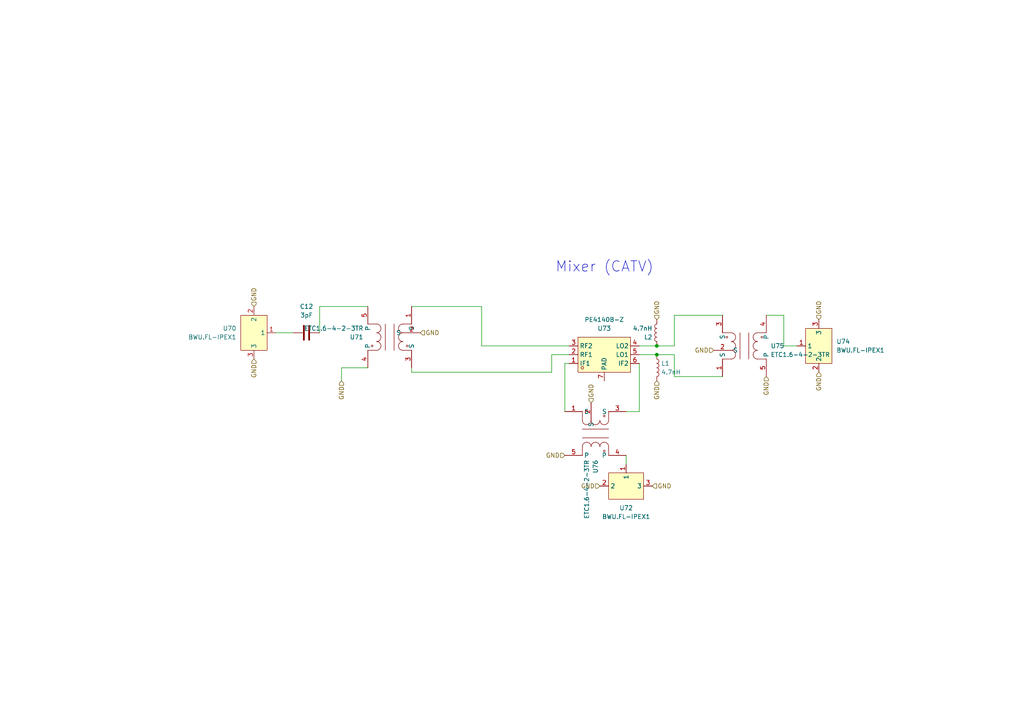
<source format=kicad_sch>
(kicad_sch (version 20231120) (generator "eeschema") (generator_version "8.0")
  (paper "A4")
  (lib_symbols
    (symbol "Device:C" (pin_numbers hide) (pin_names (offset 0.254))
      (property "Reference" "C" (at 0.635 2.54 0))
      (property "Value" "C" (at 0.635 -2.54 0))
      (symbol "C_0_1"
        (polyline (pts (xy -2.032 -0.762) (xy 2.032 -0.762)) (stroke (width 0.508)))
        (polyline (pts (xy -2.032 0.762) (xy 2.032 0.762)) (stroke (width 0.508)))
      )
      (symbol "C_1_1"
        (pin passive line (at 0 3.81 270) (length 2.794) (name "~") (number "1"))
        (pin passive line (at 0 -3.81 90) (length 2.794) (name "~") (number "2"))
      )
    )
    (symbol "Device:L" (pin_numbers hide) (pin_names (offset 1.016) hide)
      (property "Reference" "L" (at -1.27 0 90))
      (property "Value" "L" (at 1.905 0 90))
      (symbol "L_0_1"
        (arc (start 0 -2.54) (mid 0.6323 -1.905) (end 0 -1.27))
        (arc (start 0 -1.27) (mid 0.6323 -0.635) (end 0 0))
        (arc (start 0 0) (mid 0.6323 0.635) (end 0 1.27))
        (arc (start 0 1.27) (mid 0.6323 1.905) (end 0 2.54))
      )
      (symbol "L_1_1"
        (pin passive line (at 0 3.81 270) (length 1.27) (name "1") (number "1"))
        (pin passive line (at 0 -3.81 90) (length 1.27) (name "2") (number "2"))
      )
    )
    (symbol "easyeda2kicad:BWU.FL-IPEX1"
      (property "Reference" "U" (at 0 12.7 0))
      (property "Value" "BWU.FL-IPEX1" (at 0 -12.7 0))
      (symbol "BWU.FL-IPEX1_0_1"
        (rectangle (start -5.08 5.08) (end 2.54 -5.08) (fill (type background)))
        (pin unspecified line (at 5.08 0 180) (length 2.54) (name "1") (number "1"))
        (pin unspecified line (at -1.27 7.62 270) (length 2.54) (name "2") (number "2"))
        (pin unspecified line (at -1.27 -7.62 90) (length 2.54) (name "3") (number "3"))
      )
    )
    (symbol "easyeda2kicad:ETC4-1-2TR"
      (property "Reference" "U" (at 0 15.24 0))
      (property "Value" "ETC4-1-2TR" (at 0 -12.7 0))
      (symbol "ETC4-1-2TR_0_1"
        (circle (center -3.81 3.81) (radius 0.25))
        (arc (start -2.5356 -2.54) (mid -1.27 -1.27) (end -2.5356 0))
        (arc (start -2.5356 0) (mid -1.27 1.27) (end -2.5356 2.54))
        (arc (start -2.5356 2.54) (mid -1.27 3.81) (end -2.5356 5.08))
        (polyline (pts (xy -5.08 -2.54) (xy -2.54 -2.54)))
        (polyline (pts (xy -5.08 5.08) (xy -2.54 5.08)))
        (polyline (pts (xy 0 -2.54) (xy 0 5.08)))
        (polyline (pts (xy 2.54 -2.54) (xy 2.54 5.08)))
        (polyline (pts (xy 7.62 -2.54) (xy 5.08 -2.54)))
        (polyline (pts (xy 7.62 5.08) (xy 5.08 5.08)))
        (arc (start 5.0844 0) (mid 3.8184 -1.27) (end 5.0844 -2.54))
        (arc (start 5.0844 2.54) (mid 3.8184 1.27) (end 5.0844 0))
        (arc (start 5.0844 5.08) (mid 3.8184 3.81) (end 5.0844 2.54))
        (circle (center 6.35 3.81) (radius 0.25))
        (pin unspecified line (at 7.62 -7.62 90) (length 5.08) (name "S") (number "1"))
        (pin unspecified line (at 10.16 0 180) (length 5.08) (name "S") (number "2"))
        (pin unspecified line (at 7.62 10.16 270) (length 5.08) (name "S") (number "3"))
        (pin unspecified line (at -5.08 10.16 270) (length 5.08) (name "P") (number "4"))
        (pin unspecified line (at -5.08 -7.62 90) (length 5.08) (name "P") (number "5"))
      )
    )
    (symbol "easyeda2kicad:PE4140B-Z"
      (property "Reference" "U" (at 0 11.43 0))
      (property "Value" "PE4140B-Z" (at 0 -8.89 0))
      (symbol "PE4140B-Z_0_1"
        (rectangle (start -7.62 3.81) (end 7.62 -6.35) (fill (type background)))
        (circle (center -6.35 2.54) (radius 0.38))
        (pin unspecified line (at -10.16 1.27 0) (length 2.54) (name "IF1") (number "1"))
        (pin unspecified line (at -10.16 -1.27 0) (length 2.54) (name "RF1") (number "2"))
        (pin unspecified line (at -10.16 -3.81 0) (length 2.54) (name "RF2") (number "3"))
        (pin unspecified line (at 10.16 -3.81 180) (length 2.54) (name "LO2") (number "4"))
        (pin unspecified line (at 10.16 -1.27 180) (length 2.54) (name "LO1") (number "5"))
        (pin unspecified line (at 10.16 1.27 180) (length 2.54) (name "IF2") (number "6"))
        (pin unspecified line (at 0 6.35 270) (length 2.54) (name "PAD") (number "7"))
      )
    )
  )
  (junction (at 190.5 100.33))
  (junction (at 190.5 102.87))
  (wire (pts (xy 119.38 107.95) (xy 119.38 106.68)))
  (wire (pts (xy 195.58 91.44) (xy 195.58 100.33)))
  (wire (pts (xy 195.58 109.22) (xy 195.58 102.87)))
  (wire (pts (xy 181.61 119.38) (xy 185.42 119.38)))
  (wire (pts (xy 139.7 100.33) (xy 139.7 88.9)))
  (wire (pts (xy 139.7 88.9) (xy 119.38 88.9)))
  (wire (pts (xy 160.02 102.87) (xy 160.02 107.95)))
  (wire (pts (xy 190.5 100.33) (xy 185.42 100.33)))
  (wire (pts (xy 119.38 107.95) (xy 160.02 107.95)))
  (wire (pts (xy 163.83 119.38) (xy 163.83 105.41)))
  (wire (pts (xy 160.02 102.87) (xy 165.1 102.87)))
  (wire (pts (xy 99.06 106.68) (xy 99.06 110.49)))
  (wire (pts (xy 92.71 96.52) (xy 92.71 88.9)))
  (wire (pts (xy 139.7 100.33) (xy 165.1 100.33)))
  (wire (pts (xy 163.83 105.41) (xy 165.1 105.41)))
  (wire (pts (xy 185.42 119.38) (xy 185.42 105.41)))
  (wire (pts (xy 231.14 100.33) (xy 227.33 100.33)))
  (wire (pts (xy 106.68 106.68) (xy 99.06 106.68)))
  (wire (pts (xy 227.33 91.44) (xy 222.25 91.44)))
  (wire (pts (xy 209.55 109.22) (xy 195.58 109.22)))
  (wire (pts (xy 80.01 96.52) (xy 85.09 96.52)))
  (wire (pts (xy 195.58 100.33) (xy 190.5 100.33)))
  (wire (pts (xy 227.33 100.33) (xy 227.33 91.44)))
  (wire (pts (xy 195.58 102.87) (xy 190.5 102.87)))
  (wire (pts (xy 92.71 88.9) (xy 106.68 88.9)))
  (wire (pts (xy 209.55 91.44) (xy 195.58 91.44)))
  (wire (pts (xy 181.61 132.08) (xy 181.61 134.62)))
  (wire (pts (xy 190.5 102.87) (xy 185.42 102.87)))
  (text "Mixer (CATV)" (at 161.036 79.248 0) (effects (font (size 3 3)) (justify left bottom)))
  (hierarchical_label "GND" (shape input) (at 189.23 140.97 0))
  (hierarchical_label "GND" (shape input) (at 237.49 107.95 270))
  (hierarchical_label "GND" (shape input) (at 73.66 88.9 90))
  (hierarchical_label "GND" (shape input) (at 121.92 96.52 0))
  (hierarchical_label "GND" (shape input) (at 207.01 101.6 180))
  (hierarchical_label "GND" (shape input) (at 222.25 109.22 270))
  (hierarchical_label "GND" (shape input) (at 99.06 110.49 270))
  (hierarchical_label "GND" (shape input) (at 237.49 92.71 90))
  (hierarchical_label "GND" (shape input) (at 173.99 140.97 180))
  (hierarchical_label "GND" (shape input) (at 73.66 104.14 270))
  (hierarchical_label "GND" (shape input) (at 163.83 132.08 180))
  (hierarchical_label "GND" (shape input) (at 190.5 92.71 90))
  (hierarchical_label "GND" (shape input) (at 190.5 110.49 270))
  (hierarchical_label "GND" (shape input) (at 171.45 116.84 90))
  (symbol (lib_id "easyeda2kicad:ETC4-1-2TR") (at 217.17 101.6 0) (mirror y) (unit 1)
    (property "Reference" "U75" (at 223.52 100.3299 0) (effects (justify right)))
    (property "Value" "ETC1.6-4-2-3TR" (at 223.52 102.8699 0) (effects (justify right)))
    (property "Footprint" "easyeda2kicad:FILTER-SMD_ETC4-1-2TR" (effects (hide yes)))
    (property "Datasheet" "https://lcsc.com/product-detail/Others_MA-COM-ETC4-1-2TR_C314697.html" (effects (hide yes)))
    (property "Description" "500MHz~3GHz 3dB 4:1 SMD  Balun ROHS" (effects (hide yes)))
    (property "MFR" "ETC1.6-4-2-3TR" (effects (hide yes)))
    (property "LCSC" "C3304930" (effects (hide yes)))
    (property "URL" "https://jlcpcb.com/partdetail/macom-ETC1_6_4_23TR/C3304930" (effects (hide yes)))
  )
  (symbol (lib_id "Device:L") (at 190.5 106.68 0) (unit 1)
    (property "Reference" "L1" (at 191.77 105.4099 0) (effects (justify left)))
    (property "Value" "4.7nH" (at 191.77 107.9499 0) (effects (justify left)))
    (property "Footprint" "Inductor_SMD:L_0603_1608Metric" (effects (hide yes)))
    (property "Description" "400mA 4.7nH 300mΩ 0603  Inductors (SMD) ROHS" (effects (hide yes)))
    (property "MFR" "VHF160808H4N7ST" (effects (hide yes)))
    (property "LCSC" "C1030" (effects (hide yes)))
    (property "URL" "https://jlcpcb.com/partdetail/1382-VHF160808H4N7ST/C1030" (effects (hide yes)))
  )
  (symbol (lib_id "Device:L") (at 190.5 96.52 180) (unit 1)
    (property "Reference" "L2" (at 189.23 97.7901 0) (effects (justify left)))
    (property "Value" "4.7nH" (at 189.23 95.2501 0) (effects (justify left)))
    (property "Footprint" "Inductor_SMD:L_0603_1608Metric" (effects (hide yes)))
    (property "Description" "400mA 4.7nH 300mΩ 0603  Inductors (SMD) ROHS" (effects (hide yes)))
    (property "MFR" "VHF160808H4N7ST" (effects (hide yes)))
    (property "LCSC" "C1030" (effects (hide yes)))
    (property "URL" "https://jlcpcb.com/partdetail/1382-VHF160808H4N7ST/C1030" (effects (hide yes)))
  )
  (symbol (lib_id "easyeda2kicad:BWU.FL-IPEX1") (at 181.61 139.7 90) (unit 1)
    (property "Reference" "U72" (at 181.61 147.32 90))
    (property "Value" "BWU.FL-IPEX1" (at 181.61 149.86 90))
    (property "Footprint" "easyeda2kicad:IPEX-SMD_BWIPX-1-001E" (effects (hide yes)))
    (property "Description" "1 Inner needle IPEX Board Edge 1.25mm 6GHz 260℃ 50Ω 2mm SMD  RF Connectors / Coaxial Connectors ROHS" (effects (hide yes)))
    (property "MFR" "BWU.FL-IPEX1" (effects (hide yes)))
    (property "LCSC" "C5137195" (effects (hide yes)))
    (property "URL" "https://jlcpcb.com/partdetail/BatWireless-BWU_FLIPEX1/C5137195" (effects (hide yes)))
  )
  (symbol (lib_id "easyeda2kicad:PE4140B-Z") (at 175.26 104.14 0) (mirror x) (unit 1)
    (property "Reference" "U73" (at 175.26 95.25 0))
    (property "Value" "PE4140B-Z" (at 175.26 92.71 0))
    (property "Footprint" "easyeda2kicad:DFN-6_L3.0-W3.0-P0.95-BL-EP-PE4140B-Z" (effects (hide yes)))
    (property "Description" "RF Mixer High-Linearity MOSFET Quad" (effects (hide yes)))
    (property "MFR" "PE4140B-Z" (effects (hide yes)))
    (property "LCSC" "C5336176" (effects (hide yes)))
    (property "URL" "https://jlcpcb.com/partdetail/Psemi-PE4140BZ/C5336176" (effects (hide yes)))
  )
  (symbol (lib_id "easyeda2kicad:BWU.FL-IPEX1") (at 74.93 96.52 0) (unit 1)
    (property "Reference" "U70" (at 68.58 95.2499 0) (effects (justify right)))
    (property "Value" "BWU.FL-IPEX1" (at 68.58 97.7899 0) (effects (justify right)))
    (property "Footprint" "easyeda2kicad:IPEX-SMD_BWIPX-1-001E" (effects (hide yes)))
    (property "Description" "1 Inner needle IPEX Board Edge 1.25mm 6GHz 260℃ 50Ω 2mm SMD  RF Connectors / Coaxial Connectors ROHS" (effects (hide yes)))
    (property "MFR" "BWU.FL-IPEX1" (effects (hide yes)))
    (property "LCSC" "C5137195" (effects (hide yes)))
    (property "URL" "https://jlcpcb.com/partdetail/BatWireless-BWU_FLIPEX1/C5137195" (effects (hide yes)))
  )
  (symbol (lib_id "easyeda2kicad:ETC4-1-2TR") (at 171.45 127 270) (mirror x) (unit 1)
    (property "Reference" "U76" (at 172.7201 133.35 0) (effects (justify right)))
    (property "Value" "ETC1.6-4-2-3TR" (at 170.1801 133.35 0) (effects (justify right)))
    (property "Footprint" "easyeda2kicad:FILTER-SMD_ETC4-1-2TR" (effects (hide yes)))
    (property "Datasheet" "https://lcsc.com/product-detail/Others_MA-COM-ETC4-1-2TR_C314697.html" (effects (hide yes)))
    (property "Description" "500MHz~3GHz 3dB 4:1 SMD  Balun ROHS" (effects (hide yes)))
    (property "MFR" "ETC1.6-4-2-3TR" (effects (hide yes)))
    (property "LCSC" "C3304930" (effects (hide yes)))
    (property "URL" "https://jlcpcb.com/partdetail/macom-ETC1_6_4_23TR/C3304930" (effects (hide yes)))
  )
  (symbol (lib_id "easyeda2kicad:ETC4-1-2TR") (at 111.76 96.52 0) (mirror x) (unit 1)
    (property "Reference" "U71" (at 105.41 97.7901 0) (effects (justify right)))
    (property "Value" "ETC1.6-4-2-3TR" (at 105.41 95.2501 0) (effects (justify right)))
    (property "Footprint" "easyeda2kicad:FILTER-SMD_ETC4-1-2TR" (effects (hide yes)))
    (property "Datasheet" "https://lcsc.com/product-detail/Others_MA-COM-ETC4-1-2TR_C314697.html" (effects (hide yes)))
    (property "MFR" "ETC1.6-4-2-3TR" (effects (hide yes)))
    (property "LCSC" "C3304930" (effects (hide yes)))
    (property "Description" "500MHz~3GHz 3dB 4:1 SMD  Balun ROHS" (effects (hide yes)))
    (property "URL" "https://jlcpcb.com/partdetail/macom-ETC1_6_4_23TR/C3304930" (effects (hide yes)))
  )
  (symbol (lib_id "Device:C") (at 88.9 96.52 90) (unit 1)
    (property "Reference" "C12" (at 88.9 88.9 90))
    (property "Value" "3pF" (at 88.9 91.44 90))
    (property "Footprint" "Capacitor_SMD:C_0603_1608Metric" (effects (hide yes)))
    (property "Description" "Unpolarized capacitor" (effects (hide yes)))
    (property "MFR" "0603CG3R0C500NT" (effects (hide yes)))
    (property "LCSC" "C46219" (effects (hide yes)))
    (property "Description" "50V 3pF C0G 0603  Multilayer Ceramic Capacitors MLCC - SMD/SMT ROHS" (effects (hide yes)))
    (property "URL" "https://jlcpcb.com/partdetail/47222-0603CG3R0C500NT/C46219" (effects (hide yes)))
  )
  (symbol (lib_id "easyeda2kicad:BWU.FL-IPEX1") (at 236.22 100.33 180) (unit 1)
    (property "Reference" "U74" (at 242.57 99.0599 0) (effects (justify right)))
    (property "Value" "BWU.FL-IPEX1" (at 242.57 101.5999 0) (effects (justify right)))
    (property "Footprint" "easyeda2kicad:IPEX-SMD_BWIPX-1-001E" (effects (hide yes)))
    (property "Description" "1 Inner needle IPEX Board Edge 1.25mm 6GHz 260℃ 50Ω 2mm SMD  RF Connectors / Coaxial Connectors ROHS" (effects (hide yes)))
    (property "MFR" "BWU.FL-IPEX1" (effects (hide yes)))
    (property "LCSC" "C5137195" (effects (hide yes)))
    (property "URL" "https://jlcpcb.com/partdetail/BatWireless-BWU_FLIPEX1/C5137195" (effects (hide yes)))
  )
)
</source>
